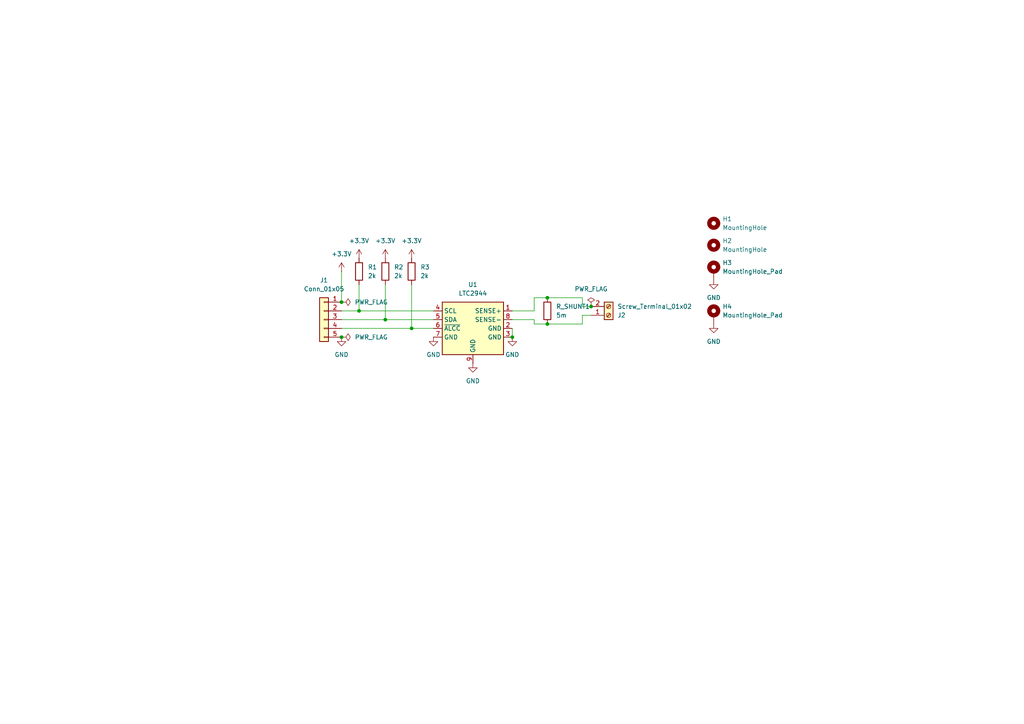
<source format=kicad_sch>
(kicad_sch (version 20231120) (generator "eeschema") (generator_version "8.0")
  (paper "A4")
  (title_block (title "Formation KiCad") (date "2024-10-13") (rev "1") (company "Exocet Polytechnique Montréal") (comment 1 "Auteur.trice.s: Guillaume Chénier"))
  (lib_symbols
    (symbol "Battery_Gauge:LTC2944"
      (property "Reference" "U" (at 0 0 0))
      (property "Value" "LTC2944" (at 0 0 0))
      (symbol "LTC2944_0_0"
        (pin power_in line (at 11.43 3.81 180) (length 2.54) (name "SENSE+") (number "1"))
        (pin power_in line (at 11.43 -1.27 180) (length 2.54) (name "GND") (number "2"))
        (pin power_in line (at 11.43 -3.81 180) (length 2.54) (name "GND") (number "3"))
        (pin input line (at -11.43 3.81 0) (length 2.54) (name "SCL") (number "4"))
        (pin bidirectional line (at -11.43 1.27 0) (length 2.54) (name "SDA") (number "5"))
        (pin input line (at -11.43 -1.27 0) (length 2.54) (name "~{ALCC}") (number "6"))
        (pin power_in line (at -11.43 -3.81 0) (length 2.54) (name "GND") (number "7"))
        (pin passive line (at 11.43 1.27 180) (length 2.54) (name "SENSE-") (number "8"))
        (pin power_in line (at 0 -11.43 90) (length 2.54) (name "GND") (number "9"))
      )
      (symbol "LTC2944_1_1"
        (rectangle (start -8.89 6.35) (end 8.89 -8.89) (stroke (width 0.254)) (fill (type background)))
      )
    )
    (symbol "Connector:Screw_Terminal_01x02" (pin_names (offset 1.016) hide)
      (property "Reference" "J" (at 0 2.54 0))
      (property "Value" "Screw_Terminal_01x02" (at 0 -5.08 0))
      (symbol "Screw_Terminal_01x02_1_1"
        (rectangle (start -1.27 1.27) (end 1.27 -3.81) (stroke (width 0.254)) (fill (type background)))
        (circle (center 0 -2.54) (radius 0.635) (stroke (width 0.1524)))
        (polyline (pts (xy -0.5334 -2.2098) (xy 0.3302 -3.048)) (stroke (width 0.1524)))
        (polyline (pts (xy -0.5334 0.3302) (xy 0.3302 -0.508)) (stroke (width 0.1524)))
        (polyline (pts (xy -0.3556 -2.032) (xy 0.508 -2.8702)) (stroke (width 0.1524)))
        (polyline (pts (xy -0.3556 0.508) (xy 0.508 -0.3302)) (stroke (width 0.1524)))
        (circle (center 0 0) (radius 0.635) (stroke (width 0.1524)))
        (pin passive line (at -5.08 0 0) (length 3.81) (name "Pin_1") (number "1"))
        (pin passive line (at -5.08 -2.54 0) (length 3.81) (name "Pin_2") (number "2"))
      )
    )
    (symbol "Connector_Generic:Conn_01x05" (pin_names (offset 1.016) hide)
      (property "Reference" "J" (at 0 7.62 0))
      (property "Value" "Conn_01x05" (at 0 -7.62 0))
      (symbol "Conn_01x05_1_1"
        (rectangle (start -1.27 -4.953) (end 0 -5.207) (stroke (width 0.1524)))
        (rectangle (start -1.27 -2.413) (end 0 -2.667) (stroke (width 0.1524)))
        (rectangle (start -1.27 0.127) (end 0 -0.127) (stroke (width 0.1524)))
        (rectangle (start -1.27 2.667) (end 0 2.413) (stroke (width 0.1524)))
        (rectangle (start -1.27 5.207) (end 0 4.953) (stroke (width 0.1524)))
        (rectangle (start -1.27 6.35) (end 1.27 -6.35) (stroke (width 0.254)) (fill (type background)))
        (pin passive line (at -5.08 5.08 0) (length 3.81) (name "Pin_1") (number "1"))
        (pin passive line (at -5.08 2.54 0) (length 3.81) (name "Pin_2") (number "2"))
        (pin passive line (at -5.08 0 0) (length 3.81) (name "Pin_3") (number "3"))
        (pin passive line (at -5.08 -2.54 0) (length 3.81) (name "Pin_4") (number "4"))
        (pin passive line (at -5.08 -5.08 0) (length 3.81) (name "Pin_5") (number "5"))
      )
    )
    (symbol "Device:R" (pin_numbers hide) (pin_names (offset 0))
      (property "Reference" "R" (at 2.032 0 90))
      (property "Value" "R" (at 0 0 90))
      (symbol "R_0_1"
        (rectangle (start -1.016 -2.54) (end 1.016 2.54) (stroke (width 0.254)))
      )
      (symbol "R_1_1"
        (pin passive line (at 0 3.81 270) (length 1.27) (name "~") (number "1"))
        (pin passive line (at 0 -3.81 90) (length 1.27) (name "~") (number "2"))
      )
    )
    (symbol "Mechanical:MountingHole" (pin_names (offset 1.016)) (exclude_from_sim yes) (in_bom no)
      (property "Reference" "H" (at 0 5.08 0))
      (property "Value" "MountingHole" (at 0 3.175 0))
      (symbol "MountingHole_0_1"
        (circle (center 0 0) (radius 1.27) (stroke (width 1.27)))
      )
    )
    (symbol "Mechanical:MountingHole_Pad" (pin_numbers hide) (pin_names (offset 1.016) hide) (exclude_from_sim yes) (in_bom no)
      (property "Reference" "H" (at 0 6.35 0))
      (property "Value" "MountingHole_Pad" (at 0 4.445 0))
      (symbol "MountingHole_Pad_0_1"
        (circle (center 0 1.27) (radius 1.27) (stroke (width 1.27)))
      )
      (symbol "MountingHole_Pad_1_1"
        (pin input line (at 0 -2.54 90) (length 2.54) (name "1") (number "1"))
      )
    )
    (symbol "power:+3.3V" (power) (pin_numbers hide) (pin_names (offset 0) hide)
      (property "Value" "+3.3V" (at 0 3.556 0))
      (symbol "+3.3V_0_1"
        (polyline (pts (xy -0.762 1.27) (xy 0 2.54)))
        (polyline (pts (xy 0 0) (xy 0 2.54)))
        (polyline (pts (xy 0 2.54) (xy 0.762 1.27)))
      )
      (symbol "+3.3V_1_1"
        (pin power_in line (at 0 0 90) (length 0) (name "~") (number "1"))
      )
    )
    (symbol "power:GND" (power) (pin_numbers hide) (pin_names (offset 0) hide)
      (property "Value" "GND" (at 0 -3.81 0))
      (symbol "GND_0_1"
        (polyline (pts (xy 0 0) (xy 0 -1.27) (xy 1.27 -1.27) (xy 0 -2.54) (xy -1.27 -1.27) (xy 0 -1.27)))
      )
      (symbol "GND_1_1"
        (pin power_in line (at 0 0 270) (length 0) (name "~") (number "1"))
      )
    )
    (symbol "power:PWR_FLAG" (power) (pin_numbers hide) (pin_names (offset 0) hide)
      (property "Value" "PWR_FLAG" (at 0 3.81 0))
      (symbol "PWR_FLAG_0_0"
        (pin power_out line (at 0 0 90) (length 0) (name "~") (number "1"))
      )
      (symbol "PWR_FLAG_0_1"
        (polyline (pts (xy 0 0) (xy 0 1.27) (xy -1.016 1.905) (xy 0 2.54) (xy 1.016 1.905) (xy 0 1.27)))
      )
    )
  )
  (junction (at 158.75 93.98))
  (junction (at 99.06 97.79))
  (junction (at 148.59 97.79))
  (junction (at 158.75 86.36))
  (junction (at 99.06 87.63))
  (junction (at 119.38 95.25))
  (junction (at 104.14 90.17))
  (junction (at 171.45 88.9))
  (junction (at 111.76 92.71))
  (wire (pts (xy 168.91 93.98) (xy 168.91 91.44)))
  (wire (pts (xy 99.06 90.17) (xy 104.14 90.17)))
  (wire (pts (xy 154.94 90.17) (xy 154.94 86.36)))
  (wire (pts (xy 168.91 91.44) (xy 171.45 91.44)))
  (wire (pts (xy 148.59 95.25) (xy 148.59 97.79)))
  (wire (pts (xy 158.75 93.98) (xy 168.91 93.98)))
  (wire (pts (xy 154.94 92.71) (xy 154.94 93.98)))
  (wire (pts (xy 171.45 88.9) (xy 168.91 88.9)))
  (wire (pts (xy 99.06 78.74) (xy 99.06 87.63)))
  (wire (pts (xy 168.91 88.9) (xy 168.91 86.36)))
  (wire (pts (xy 168.91 86.36) (xy 158.75 86.36)))
  (wire (pts (xy 99.06 92.71) (xy 111.76 92.71)))
  (wire (pts (xy 104.14 90.17) (xy 125.73 90.17)))
  (wire (pts (xy 148.59 90.17) (xy 154.94 90.17)))
  (wire (pts (xy 104.14 82.55) (xy 104.14 90.17)))
  (wire (pts (xy 154.94 93.98) (xy 158.75 93.98)))
  (wire (pts (xy 119.38 95.25) (xy 125.73 95.25)))
  (wire (pts (xy 119.38 82.55) (xy 119.38 95.25)))
  (wire (pts (xy 148.59 92.71) (xy 154.94 92.71)))
  (wire (pts (xy 111.76 82.55) (xy 111.76 92.71)))
  (wire (pts (xy 111.76 92.71) (xy 125.73 92.71)))
  (wire (pts (xy 154.94 86.36) (xy 158.75 86.36)))
  (wire (pts (xy 99.06 95.25) (xy 119.38 95.25)))
  (symbol (lib_id "Mechanical:MountingHole_Pad") (at 207.01 78.74 0) (unit 1) (exclude_from_sim yes) (in_bom no)
    (property "Reference" "H3" (at 209.55 76.1999 0) (effects (justify left)))
    (property "Value" "MountingHole_Pad" (at 209.55 78.7399 0) (effects (justify left)))
    (property "Footprint" "MountingHole:MountingHole_2.7mm_M2.5_Pad" (effects (hide yes)))
    (property "Description" "Mounting Hole with connection" (effects (hide yes)))
  )
  (symbol (lib_id "power:GND") (at 137.16 105.41 0) (unit 1)
    (property "Reference" "#PWR04" (effects (hide yes)))
    (property "Value" "GND" (at 137.16 110.49 0))
    (property "Description" "Power symbol creates a global label with name \"GND\" , ground" (effects (hide yes)))
  )
  (symbol (lib_id "power:GND") (at 207.01 81.28 0) (unit 1)
    (property "Reference" "#PWR09" (effects (hide yes)))
    (property "Value" "GND" (at 207.01 86.36 0))
    (property "Description" "Power symbol creates a global label with name \"GND\" , ground" (effects (hide yes)))
  )
  (symbol (lib_id "Connector_Generic:Conn_01x05") (at 93.98 92.71 0) (mirror y) (unit 1)
    (property "Reference" "J1" (at 93.98 81.28 0))
    (property "Value" "Conn_01x05" (at 93.98 83.82 0))
    (property "Footprint" "Connector_JST:JST_PH_S5B-PH-K_1x05_P2.00mm_Horizontal" (effects (hide yes)))
    (property "Description" "Generic connector, single row, 01x05, script generated (kicad-library-utils/schlib/autogen/connector/)" (effects (hide yes)))
  )
  (symbol (lib_id "power:GND") (at 99.06 97.79 0) (unit 1)
    (property "Reference" "#PWR01" (effects (hide yes)))
    (property "Value" "GND" (at 99.06 102.87 0))
    (property "Description" "Power symbol creates a global label with name \"GND\" , ground" (effects (hide yes)))
  )
  (symbol (lib_id "Mechanical:MountingHole_Pad") (at 207.01 91.44 0) (unit 1) (exclude_from_sim yes) (in_bom no)
    (property "Reference" "H4" (at 209.55 88.8999 0) (effects (justify left)))
    (property "Value" "MountingHole_Pad" (at 209.55 91.4399 0) (effects (justify left)))
    (property "Footprint" "MountingHole:MountingHole_2.7mm_M2.5_Pad" (effects (hide yes)))
    (property "Description" "Mounting Hole with connection" (effects (hide yes)))
  )
  (symbol (lib_id "power:GND") (at 148.59 97.79 0) (unit 1)
    (property "Reference" "#PWR05" (effects (hide yes)))
    (property "Value" "GND" (at 148.59 102.87 0))
    (property "Description" "Power symbol creates a global label with name \"GND\" , ground" (effects (hide yes)))
  )
  (symbol (lib_id "Mechanical:MountingHole") (at 207.01 64.77 0) (unit 1) (exclude_from_sim yes) (in_bom no)
    (property "Reference" "H1" (at 209.55 63.4999 0) (effects (justify left)))
    (property "Value" "MountingHole" (at 209.55 66.0399 0) (effects (justify left)))
    (property "Footprint" "MountingHole:MountingHole_2.7mm" (effects (hide yes)))
    (property "Description" "Mounting Hole without connection" (effects (hide yes)))
  )
  (symbol (lib_id "Device:R") (at 158.75 90.17 0) (unit 1)
    (property "Reference" "R_SHUNT1" (at 161.29 88.8999 0) (effects (justify left)))
    (property "Value" "5m" (at 161.29 91.4399 0) (effects (justify left)))
    (property "Footprint" "Resistor_Shunt:Milliohm_Shunt_2512" (effects (hide yes)))
    (property "Description" "Resistor" (effects (hide yes)))
  )
  (symbol (lib_id "power:+3.3V") (at 111.76 74.93 0) (unit 1)
    (property "Reference" "#PWR06" (effects (hide yes)))
    (property "Value" "+3.3V" (at 111.76 69.85 0))
    (property "Description" "Power symbol creates a global label with name \"+3.3V\"" (effects (hide yes)))
  )
  (symbol (lib_id "power:PWR_FLAG") (at 171.45 88.9 0) (unit 1)
    (property "Reference" "#FLG03" (effects (hide yes)))
    (property "Value" "PWR_FLAG" (at 171.45 83.82 0))
    (property "Description" "Special symbol for telling ERC where power comes from" (effects (hide yes)))
  )
  (symbol (lib_id "power:PWR_FLAG") (at 99.06 87.63 270) (unit 1)
    (property "Reference" "#FLG02" (effects (hide yes)))
    (property "Value" "PWR_FLAG" (at 102.87 87.6299 90) (effects (justify left)))
    (property "Description" "Special symbol for telling ERC where power comes from" (effects (hide yes)))
  )
  (symbol (lib_id "power:GND") (at 125.73 97.79 0) (unit 1)
    (property "Reference" "#PWR03" (effects (hide yes)))
    (property "Value" "GND" (at 125.73 102.87 0))
    (property "Description" "Power symbol creates a global label with name \"GND\" , ground" (effects (hide yes)))
  )
  (symbol (lib_id "Battery_Gauge:LTC2944") (at 137.16 93.98 0) (unit 1)
    (property "Reference" "U1" (at 137.16 82.55 0))
    (property "Value" "LTC2944" (at 137.16 85.09 0))
    (property "Footprint" "Package_DFN_QFN:DFN-8-1EP_3x3mm_P0.5mm_EP1.65x2.38mm_ThermalVias" (effects (hide yes)))
  )
  (symbol (lib_id "power:GND") (at 207.01 93.98 0) (unit 1)
    (property "Reference" "#PWR010" (effects (hide yes)))
    (property "Value" "GND" (at 207.01 99.06 0))
    (property "Description" "Power symbol creates a global label with name \"GND\" , ground" (effects (hide yes)))
  )
  (symbol (lib_id "power:+3.3V") (at 119.38 74.93 0) (unit 1)
    (property "Reference" "#PWR07" (effects (hide yes)))
    (property "Value" "+3.3V" (at 119.38 69.85 0))
    (property "Description" "Power symbol creates a global label with name \"+3.3V\"" (effects (hide yes)))
  )
  (symbol (lib_id "Device:R") (at 119.38 78.74 0) (unit 1)
    (property "Reference" "R3" (at 121.92 77.4699 0) (effects (justify left)))
    (property "Value" "2k" (at 121.92 80.0099 0) (effects (justify left)))
    (property "Footprint" "Resistor_SMD:R_0603_1608Metric" (effects (hide yes)))
    (property "Description" "Resistor" (effects (hide yes)))
  )
  (symbol (lib_id "Connector:Screw_Terminal_01x02") (at 176.53 91.44 0) (mirror x) (unit 1)
    (property "Reference" "J2" (at 179.07 91.4401 0) (effects (justify left)))
    (property "Value" "Screw_Terminal_01x02" (at 179.07 88.9001 0) (effects (justify left)))
    (property "Footprint" "TerminalBlock_Phoenix:TerminalBlock_Phoenix_MKDS-1,5-2_1x02_P5.00mm_Horizontal" (effects (hide yes)))
    (property "Description" "Generic screw terminal, single row, 01x02, script generated (kicad-library-utils/schlib/autogen/connector/)" (effects (hide yes)))
  )
  (symbol (lib_id "power:PWR_FLAG") (at 99.06 97.79 270) (unit 1)
    (property "Reference" "#FLG01" (effects (hide yes)))
    (property "Value" "PWR_FLAG" (at 102.87 97.7899 90) (effects (justify left)))
    (property "Description" "Special symbol for telling ERC where power comes from" (effects (hide yes)))
  )
  (symbol (lib_id "Mechanical:MountingHole") (at 207.01 71.12 0) (unit 1) (exclude_from_sim yes) (in_bom no)
    (property "Reference" "H2" (at 209.55 69.8499 0) (effects (justify left)))
    (property "Value" "MountingHole" (at 209.55 72.3899 0) (effects (justify left)))
    (property "Footprint" "MountingHole:MountingHole_2.7mm" (effects (hide yes)))
    (property "Description" "Mounting Hole without connection" (effects (hide yes)))
  )
  (symbol (lib_id "Device:R") (at 111.76 78.74 0) (unit 1)
    (property "Reference" "R2" (at 114.3 77.4699 0) (effects (justify left)))
    (property "Value" "2k" (at 114.3 80.0099 0) (effects (justify left)))
    (property "Footprint" "Resistor_SMD:R_0603_1608Metric" (effects (hide yes)))
    (property "Description" "Resistor" (effects (hide yes)))
  )
  (symbol (lib_id "power:+3.3V") (at 99.06 78.74 0) (unit 1)
    (property "Reference" "#PWR08" (effects (hide yes)))
    (property "Value" "+3.3V" (at 99.06 73.66 0))
    (property "Description" "Power symbol creates a global label with name \"+3.3V\"" (effects (hide yes)))
  )
  (symbol (lib_id "Device:R") (at 104.14 78.74 0) (unit 1)
    (property "Reference" "R1" (at 106.68 77.4699 0) (effects (justify left)))
    (property "Value" "2k" (at 106.68 80.0099 0) (effects (justify left)))
    (property "Footprint" "Resistor_SMD:R_0603_1608Metric" (effects (hide yes)))
    (property "Description" "Resistor" (effects (hide yes)))
  )
  (symbol (lib_id "power:+3.3V") (at 104.14 74.93 0) (unit 1)
    (property "Reference" "#PWR02" (effects (hide yes)))
    (property "Value" "+3.3V" (at 104.14 69.85 0))
    (property "Description" "Power symbol creates a global label with name \"+3.3V\"" (effects (hide yes)))
  )
)
</source>
